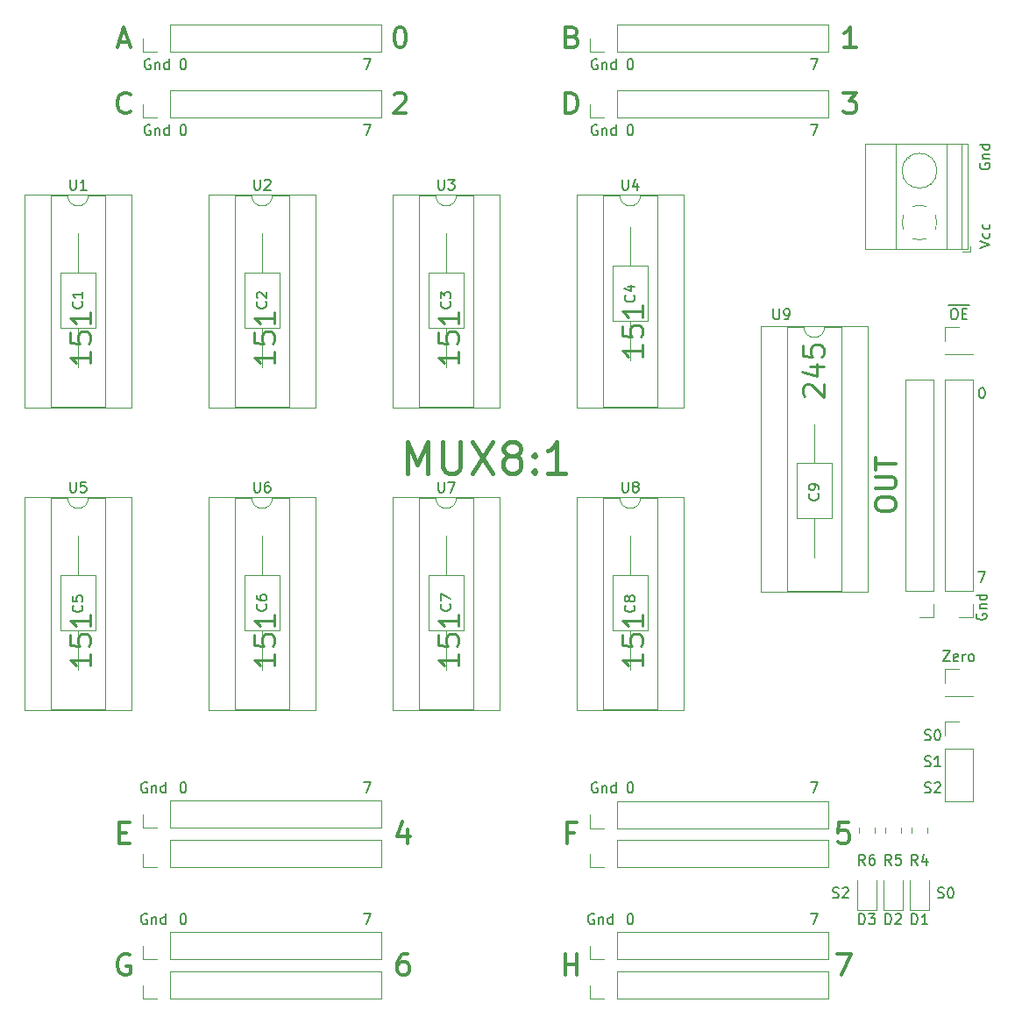
<source format=gbr>
%TF.GenerationSoftware,KiCad,Pcbnew,(5.1.8)-1*%
%TF.CreationDate,2023-02-18T12:42:29+03:00*%
%TF.ProjectId,MUX8x1-v5,4d555838-7831-42d7-9635-2e6b69636164,rev?*%
%TF.SameCoordinates,Original*%
%TF.FileFunction,Legend,Top*%
%TF.FilePolarity,Positive*%
%FSLAX46Y46*%
G04 Gerber Fmt 4.6, Leading zero omitted, Abs format (unit mm)*
G04 Created by KiCad (PCBNEW (5.1.8)-1) date 2023-02-18 12:42:29*
%MOMM*%
%LPD*%
G01*
G04 APERTURE LIST*
%ADD10C,0.250000*%
%ADD11C,0.400000*%
%ADD12C,0.300000*%
%ADD13C,0.150000*%
%ADD14C,0.120000*%
G04 APERTURE END LIST*
D10*
X136255238Y-76453690D02*
X136160000Y-76358452D01*
X136064761Y-76167976D01*
X136064761Y-75691785D01*
X136160000Y-75501309D01*
X136255238Y-75406071D01*
X136445714Y-75310833D01*
X136636190Y-75310833D01*
X136921904Y-75406071D01*
X138064761Y-76548928D01*
X138064761Y-75310833D01*
X136731428Y-73596547D02*
X138064761Y-73596547D01*
X135969523Y-74072738D02*
X137398095Y-74548928D01*
X137398095Y-73310833D01*
X136064761Y-71596547D02*
X136064761Y-72548928D01*
X137017142Y-72644166D01*
X136921904Y-72548928D01*
X136826666Y-72358452D01*
X136826666Y-71882261D01*
X136921904Y-71691785D01*
X137017142Y-71596547D01*
X137207619Y-71501309D01*
X137683809Y-71501309D01*
X137874285Y-71596547D01*
X137969523Y-71691785D01*
X138064761Y-71882261D01*
X138064761Y-72358452D01*
X137969523Y-72548928D01*
X137874285Y-72644166D01*
X67262261Y-101345833D02*
X67262261Y-102488690D01*
X67262261Y-101917261D02*
X65262261Y-101917261D01*
X65547976Y-102107738D01*
X65738452Y-102298214D01*
X65833690Y-102488690D01*
X65262261Y-99536309D02*
X65262261Y-100488690D01*
X66214642Y-100583928D01*
X66119404Y-100488690D01*
X66024166Y-100298214D01*
X66024166Y-99822023D01*
X66119404Y-99631547D01*
X66214642Y-99536309D01*
X66405119Y-99441071D01*
X66881309Y-99441071D01*
X67071785Y-99536309D01*
X67167023Y-99631547D01*
X67262261Y-99822023D01*
X67262261Y-100298214D01*
X67167023Y-100488690D01*
X67071785Y-100583928D01*
X67262261Y-97536309D02*
X67262261Y-98679166D01*
X67262261Y-98107738D02*
X65262261Y-98107738D01*
X65547976Y-98298214D01*
X65738452Y-98488690D01*
X65833690Y-98679166D01*
X85042261Y-101345833D02*
X85042261Y-102488690D01*
X85042261Y-101917261D02*
X83042261Y-101917261D01*
X83327976Y-102107738D01*
X83518452Y-102298214D01*
X83613690Y-102488690D01*
X83042261Y-99536309D02*
X83042261Y-100488690D01*
X83994642Y-100583928D01*
X83899404Y-100488690D01*
X83804166Y-100298214D01*
X83804166Y-99822023D01*
X83899404Y-99631547D01*
X83994642Y-99536309D01*
X84185119Y-99441071D01*
X84661309Y-99441071D01*
X84851785Y-99536309D01*
X84947023Y-99631547D01*
X85042261Y-99822023D01*
X85042261Y-100298214D01*
X84947023Y-100488690D01*
X84851785Y-100583928D01*
X85042261Y-97536309D02*
X85042261Y-98679166D01*
X85042261Y-98107738D02*
X83042261Y-98107738D01*
X83327976Y-98298214D01*
X83518452Y-98488690D01*
X83613690Y-98679166D01*
X102822261Y-101345833D02*
X102822261Y-102488690D01*
X102822261Y-101917261D02*
X100822261Y-101917261D01*
X101107976Y-102107738D01*
X101298452Y-102298214D01*
X101393690Y-102488690D01*
X100822261Y-99536309D02*
X100822261Y-100488690D01*
X101774642Y-100583928D01*
X101679404Y-100488690D01*
X101584166Y-100298214D01*
X101584166Y-99822023D01*
X101679404Y-99631547D01*
X101774642Y-99536309D01*
X101965119Y-99441071D01*
X102441309Y-99441071D01*
X102631785Y-99536309D01*
X102727023Y-99631547D01*
X102822261Y-99822023D01*
X102822261Y-100298214D01*
X102727023Y-100488690D01*
X102631785Y-100583928D01*
X102822261Y-97536309D02*
X102822261Y-98679166D01*
X102822261Y-98107738D02*
X100822261Y-98107738D01*
X101107976Y-98298214D01*
X101298452Y-98488690D01*
X101393690Y-98679166D01*
X120602261Y-101345833D02*
X120602261Y-102488690D01*
X120602261Y-101917261D02*
X118602261Y-101917261D01*
X118887976Y-102107738D01*
X119078452Y-102298214D01*
X119173690Y-102488690D01*
X118602261Y-99536309D02*
X118602261Y-100488690D01*
X119554642Y-100583928D01*
X119459404Y-100488690D01*
X119364166Y-100298214D01*
X119364166Y-99822023D01*
X119459404Y-99631547D01*
X119554642Y-99536309D01*
X119745119Y-99441071D01*
X120221309Y-99441071D01*
X120411785Y-99536309D01*
X120507023Y-99631547D01*
X120602261Y-99822023D01*
X120602261Y-100298214D01*
X120507023Y-100488690D01*
X120411785Y-100583928D01*
X120602261Y-97536309D02*
X120602261Y-98679166D01*
X120602261Y-98107738D02*
X118602261Y-98107738D01*
X118887976Y-98298214D01*
X119078452Y-98488690D01*
X119173690Y-98679166D01*
X120602261Y-71500833D02*
X120602261Y-72643690D01*
X120602261Y-72072261D02*
X118602261Y-72072261D01*
X118887976Y-72262738D01*
X119078452Y-72453214D01*
X119173690Y-72643690D01*
X118602261Y-69691309D02*
X118602261Y-70643690D01*
X119554642Y-70738928D01*
X119459404Y-70643690D01*
X119364166Y-70453214D01*
X119364166Y-69977023D01*
X119459404Y-69786547D01*
X119554642Y-69691309D01*
X119745119Y-69596071D01*
X120221309Y-69596071D01*
X120411785Y-69691309D01*
X120507023Y-69786547D01*
X120602261Y-69977023D01*
X120602261Y-70453214D01*
X120507023Y-70643690D01*
X120411785Y-70738928D01*
X120602261Y-67691309D02*
X120602261Y-68834166D01*
X120602261Y-68262738D02*
X118602261Y-68262738D01*
X118887976Y-68453214D01*
X119078452Y-68643690D01*
X119173690Y-68834166D01*
X102822261Y-72135833D02*
X102822261Y-73278690D01*
X102822261Y-72707261D02*
X100822261Y-72707261D01*
X101107976Y-72897738D01*
X101298452Y-73088214D01*
X101393690Y-73278690D01*
X100822261Y-70326309D02*
X100822261Y-71278690D01*
X101774642Y-71373928D01*
X101679404Y-71278690D01*
X101584166Y-71088214D01*
X101584166Y-70612023D01*
X101679404Y-70421547D01*
X101774642Y-70326309D01*
X101965119Y-70231071D01*
X102441309Y-70231071D01*
X102631785Y-70326309D01*
X102727023Y-70421547D01*
X102822261Y-70612023D01*
X102822261Y-71088214D01*
X102727023Y-71278690D01*
X102631785Y-71373928D01*
X102822261Y-68326309D02*
X102822261Y-69469166D01*
X102822261Y-68897738D02*
X100822261Y-68897738D01*
X101107976Y-69088214D01*
X101298452Y-69278690D01*
X101393690Y-69469166D01*
X85042261Y-72135833D02*
X85042261Y-73278690D01*
X85042261Y-72707261D02*
X83042261Y-72707261D01*
X83327976Y-72897738D01*
X83518452Y-73088214D01*
X83613690Y-73278690D01*
X83042261Y-70326309D02*
X83042261Y-71278690D01*
X83994642Y-71373928D01*
X83899404Y-71278690D01*
X83804166Y-71088214D01*
X83804166Y-70612023D01*
X83899404Y-70421547D01*
X83994642Y-70326309D01*
X84185119Y-70231071D01*
X84661309Y-70231071D01*
X84851785Y-70326309D01*
X84947023Y-70421547D01*
X85042261Y-70612023D01*
X85042261Y-71088214D01*
X84947023Y-71278690D01*
X84851785Y-71373928D01*
X85042261Y-68326309D02*
X85042261Y-69469166D01*
X85042261Y-68897738D02*
X83042261Y-68897738D01*
X83327976Y-69088214D01*
X83518452Y-69278690D01*
X83613690Y-69469166D01*
X67262261Y-72135833D02*
X67262261Y-73278690D01*
X67262261Y-72707261D02*
X65262261Y-72707261D01*
X65547976Y-72897738D01*
X65738452Y-73088214D01*
X65833690Y-73278690D01*
X65262261Y-70326309D02*
X65262261Y-71278690D01*
X66214642Y-71373928D01*
X66119404Y-71278690D01*
X66024166Y-71088214D01*
X66024166Y-70612023D01*
X66119404Y-70421547D01*
X66214642Y-70326309D01*
X66405119Y-70231071D01*
X66881309Y-70231071D01*
X67071785Y-70326309D01*
X67167023Y-70421547D01*
X67262261Y-70612023D01*
X67262261Y-71088214D01*
X67167023Y-71278690D01*
X67071785Y-71373928D01*
X67262261Y-68326309D02*
X67262261Y-69469166D01*
X67262261Y-68897738D02*
X65262261Y-68897738D01*
X65547976Y-69088214D01*
X65738452Y-69278690D01*
X65833690Y-69469166D01*
D11*
X97838571Y-83907142D02*
X97838571Y-80907142D01*
X98838571Y-83050000D01*
X99838571Y-80907142D01*
X99838571Y-83907142D01*
X101267142Y-80907142D02*
X101267142Y-83335714D01*
X101410000Y-83621428D01*
X101552857Y-83764285D01*
X101838571Y-83907142D01*
X102410000Y-83907142D01*
X102695714Y-83764285D01*
X102838571Y-83621428D01*
X102981428Y-83335714D01*
X102981428Y-80907142D01*
X104124285Y-80907142D02*
X106124285Y-83907142D01*
X106124285Y-80907142D02*
X104124285Y-83907142D01*
X107695714Y-82192857D02*
X107410000Y-82050000D01*
X107267142Y-81907142D01*
X107124285Y-81621428D01*
X107124285Y-81478571D01*
X107267142Y-81192857D01*
X107410000Y-81050000D01*
X107695714Y-80907142D01*
X108267142Y-80907142D01*
X108552857Y-81050000D01*
X108695714Y-81192857D01*
X108838571Y-81478571D01*
X108838571Y-81621428D01*
X108695714Y-81907142D01*
X108552857Y-82050000D01*
X108267142Y-82192857D01*
X107695714Y-82192857D01*
X107410000Y-82335714D01*
X107267142Y-82478571D01*
X107124285Y-82764285D01*
X107124285Y-83335714D01*
X107267142Y-83621428D01*
X107410000Y-83764285D01*
X107695714Y-83907142D01*
X108267142Y-83907142D01*
X108552857Y-83764285D01*
X108695714Y-83621428D01*
X108838571Y-83335714D01*
X108838571Y-82764285D01*
X108695714Y-82478571D01*
X108552857Y-82335714D01*
X108267142Y-82192857D01*
X110124285Y-83621428D02*
X110267142Y-83764285D01*
X110124285Y-83907142D01*
X109981428Y-83764285D01*
X110124285Y-83621428D01*
X110124285Y-83907142D01*
X110124285Y-82050000D02*
X110267142Y-82192857D01*
X110124285Y-82335714D01*
X109981428Y-82192857D01*
X110124285Y-82050000D01*
X110124285Y-82335714D01*
X113124285Y-83907142D02*
X111410000Y-83907142D01*
X112267142Y-83907142D02*
X112267142Y-80907142D01*
X111981428Y-81335714D01*
X111695714Y-81621428D01*
X111410000Y-81764285D01*
D12*
X143049761Y-87090000D02*
X143049761Y-86709047D01*
X143145000Y-86518571D01*
X143335476Y-86328095D01*
X143716428Y-86232857D01*
X144383095Y-86232857D01*
X144764047Y-86328095D01*
X144954523Y-86518571D01*
X145049761Y-86709047D01*
X145049761Y-87090000D01*
X144954523Y-87280476D01*
X144764047Y-87470952D01*
X144383095Y-87566190D01*
X143716428Y-87566190D01*
X143335476Y-87470952D01*
X143145000Y-87280476D01*
X143049761Y-87090000D01*
X143049761Y-85375714D02*
X144668809Y-85375714D01*
X144859285Y-85280476D01*
X144954523Y-85185238D01*
X145049761Y-84994761D01*
X145049761Y-84613809D01*
X144954523Y-84423333D01*
X144859285Y-84328095D01*
X144668809Y-84232857D01*
X143049761Y-84232857D01*
X143049761Y-83566190D02*
X143049761Y-82423333D01*
X145049761Y-82994761D02*
X143049761Y-82994761D01*
D13*
X116197142Y-50300000D02*
X116101904Y-50252380D01*
X115959047Y-50252380D01*
X115816190Y-50300000D01*
X115720952Y-50395238D01*
X115673333Y-50490476D01*
X115625714Y-50680952D01*
X115625714Y-50823809D01*
X115673333Y-51014285D01*
X115720952Y-51109523D01*
X115816190Y-51204761D01*
X115959047Y-51252380D01*
X116054285Y-51252380D01*
X116197142Y-51204761D01*
X116244761Y-51157142D01*
X116244761Y-50823809D01*
X116054285Y-50823809D01*
X116673333Y-50585714D02*
X116673333Y-51252380D01*
X116673333Y-50680952D02*
X116720952Y-50633333D01*
X116816190Y-50585714D01*
X116959047Y-50585714D01*
X117054285Y-50633333D01*
X117101904Y-50728571D01*
X117101904Y-51252380D01*
X118006666Y-51252380D02*
X118006666Y-50252380D01*
X118006666Y-51204761D02*
X117911428Y-51252380D01*
X117720952Y-51252380D01*
X117625714Y-51204761D01*
X117578095Y-51157142D01*
X117530476Y-51061904D01*
X117530476Y-50776190D01*
X117578095Y-50680952D01*
X117625714Y-50633333D01*
X117720952Y-50585714D01*
X117911428Y-50585714D01*
X118006666Y-50633333D01*
X116197142Y-43950000D02*
X116101904Y-43902380D01*
X115959047Y-43902380D01*
X115816190Y-43950000D01*
X115720952Y-44045238D01*
X115673333Y-44140476D01*
X115625714Y-44330952D01*
X115625714Y-44473809D01*
X115673333Y-44664285D01*
X115720952Y-44759523D01*
X115816190Y-44854761D01*
X115959047Y-44902380D01*
X116054285Y-44902380D01*
X116197142Y-44854761D01*
X116244761Y-44807142D01*
X116244761Y-44473809D01*
X116054285Y-44473809D01*
X116673333Y-44235714D02*
X116673333Y-44902380D01*
X116673333Y-44330952D02*
X116720952Y-44283333D01*
X116816190Y-44235714D01*
X116959047Y-44235714D01*
X117054285Y-44283333D01*
X117101904Y-44378571D01*
X117101904Y-44902380D01*
X118006666Y-44902380D02*
X118006666Y-43902380D01*
X118006666Y-44854761D02*
X117911428Y-44902380D01*
X117720952Y-44902380D01*
X117625714Y-44854761D01*
X117578095Y-44807142D01*
X117530476Y-44711904D01*
X117530476Y-44426190D01*
X117578095Y-44330952D01*
X117625714Y-44283333D01*
X117720952Y-44235714D01*
X117911428Y-44235714D01*
X118006666Y-44283333D01*
X73017142Y-50300000D02*
X72921904Y-50252380D01*
X72779047Y-50252380D01*
X72636190Y-50300000D01*
X72540952Y-50395238D01*
X72493333Y-50490476D01*
X72445714Y-50680952D01*
X72445714Y-50823809D01*
X72493333Y-51014285D01*
X72540952Y-51109523D01*
X72636190Y-51204761D01*
X72779047Y-51252380D01*
X72874285Y-51252380D01*
X73017142Y-51204761D01*
X73064761Y-51157142D01*
X73064761Y-50823809D01*
X72874285Y-50823809D01*
X73493333Y-50585714D02*
X73493333Y-51252380D01*
X73493333Y-50680952D02*
X73540952Y-50633333D01*
X73636190Y-50585714D01*
X73779047Y-50585714D01*
X73874285Y-50633333D01*
X73921904Y-50728571D01*
X73921904Y-51252380D01*
X74826666Y-51252380D02*
X74826666Y-50252380D01*
X74826666Y-51204761D02*
X74731428Y-51252380D01*
X74540952Y-51252380D01*
X74445714Y-51204761D01*
X74398095Y-51157142D01*
X74350476Y-51061904D01*
X74350476Y-50776190D01*
X74398095Y-50680952D01*
X74445714Y-50633333D01*
X74540952Y-50585714D01*
X74731428Y-50585714D01*
X74826666Y-50633333D01*
X73017142Y-43950000D02*
X72921904Y-43902380D01*
X72779047Y-43902380D01*
X72636190Y-43950000D01*
X72540952Y-44045238D01*
X72493333Y-44140476D01*
X72445714Y-44330952D01*
X72445714Y-44473809D01*
X72493333Y-44664285D01*
X72540952Y-44759523D01*
X72636190Y-44854761D01*
X72779047Y-44902380D01*
X72874285Y-44902380D01*
X73017142Y-44854761D01*
X73064761Y-44807142D01*
X73064761Y-44473809D01*
X72874285Y-44473809D01*
X73493333Y-44235714D02*
X73493333Y-44902380D01*
X73493333Y-44330952D02*
X73540952Y-44283333D01*
X73636190Y-44235714D01*
X73779047Y-44235714D01*
X73874285Y-44283333D01*
X73921904Y-44378571D01*
X73921904Y-44902380D01*
X74826666Y-44902380D02*
X74826666Y-43902380D01*
X74826666Y-44854761D02*
X74731428Y-44902380D01*
X74540952Y-44902380D01*
X74445714Y-44854761D01*
X74398095Y-44807142D01*
X74350476Y-44711904D01*
X74350476Y-44426190D01*
X74398095Y-44330952D01*
X74445714Y-44283333D01*
X74540952Y-44235714D01*
X74731428Y-44235714D01*
X74826666Y-44283333D01*
X72699642Y-113800000D02*
X72604404Y-113752380D01*
X72461547Y-113752380D01*
X72318690Y-113800000D01*
X72223452Y-113895238D01*
X72175833Y-113990476D01*
X72128214Y-114180952D01*
X72128214Y-114323809D01*
X72175833Y-114514285D01*
X72223452Y-114609523D01*
X72318690Y-114704761D01*
X72461547Y-114752380D01*
X72556785Y-114752380D01*
X72699642Y-114704761D01*
X72747261Y-114657142D01*
X72747261Y-114323809D01*
X72556785Y-114323809D01*
X73175833Y-114085714D02*
X73175833Y-114752380D01*
X73175833Y-114180952D02*
X73223452Y-114133333D01*
X73318690Y-114085714D01*
X73461547Y-114085714D01*
X73556785Y-114133333D01*
X73604404Y-114228571D01*
X73604404Y-114752380D01*
X74509166Y-114752380D02*
X74509166Y-113752380D01*
X74509166Y-114704761D02*
X74413928Y-114752380D01*
X74223452Y-114752380D01*
X74128214Y-114704761D01*
X74080595Y-114657142D01*
X74032976Y-114561904D01*
X74032976Y-114276190D01*
X74080595Y-114180952D01*
X74128214Y-114133333D01*
X74223452Y-114085714D01*
X74413928Y-114085714D01*
X74509166Y-114133333D01*
X72699642Y-126500000D02*
X72604404Y-126452380D01*
X72461547Y-126452380D01*
X72318690Y-126500000D01*
X72223452Y-126595238D01*
X72175833Y-126690476D01*
X72128214Y-126880952D01*
X72128214Y-127023809D01*
X72175833Y-127214285D01*
X72223452Y-127309523D01*
X72318690Y-127404761D01*
X72461547Y-127452380D01*
X72556785Y-127452380D01*
X72699642Y-127404761D01*
X72747261Y-127357142D01*
X72747261Y-127023809D01*
X72556785Y-127023809D01*
X73175833Y-126785714D02*
X73175833Y-127452380D01*
X73175833Y-126880952D02*
X73223452Y-126833333D01*
X73318690Y-126785714D01*
X73461547Y-126785714D01*
X73556785Y-126833333D01*
X73604404Y-126928571D01*
X73604404Y-127452380D01*
X74509166Y-127452380D02*
X74509166Y-126452380D01*
X74509166Y-127404761D02*
X74413928Y-127452380D01*
X74223452Y-127452380D01*
X74128214Y-127404761D01*
X74080595Y-127357142D01*
X74032976Y-127261904D01*
X74032976Y-126976190D01*
X74080595Y-126880952D01*
X74128214Y-126833333D01*
X74223452Y-126785714D01*
X74413928Y-126785714D01*
X74509166Y-126833333D01*
X115879642Y-126500000D02*
X115784404Y-126452380D01*
X115641547Y-126452380D01*
X115498690Y-126500000D01*
X115403452Y-126595238D01*
X115355833Y-126690476D01*
X115308214Y-126880952D01*
X115308214Y-127023809D01*
X115355833Y-127214285D01*
X115403452Y-127309523D01*
X115498690Y-127404761D01*
X115641547Y-127452380D01*
X115736785Y-127452380D01*
X115879642Y-127404761D01*
X115927261Y-127357142D01*
X115927261Y-127023809D01*
X115736785Y-127023809D01*
X116355833Y-126785714D02*
X116355833Y-127452380D01*
X116355833Y-126880952D02*
X116403452Y-126833333D01*
X116498690Y-126785714D01*
X116641547Y-126785714D01*
X116736785Y-126833333D01*
X116784404Y-126928571D01*
X116784404Y-127452380D01*
X117689166Y-127452380D02*
X117689166Y-126452380D01*
X117689166Y-127404761D02*
X117593928Y-127452380D01*
X117403452Y-127452380D01*
X117308214Y-127404761D01*
X117260595Y-127357142D01*
X117212976Y-127261904D01*
X117212976Y-126976190D01*
X117260595Y-126880952D01*
X117308214Y-126833333D01*
X117403452Y-126785714D01*
X117593928Y-126785714D01*
X117689166Y-126833333D01*
X116197142Y-113800000D02*
X116101904Y-113752380D01*
X115959047Y-113752380D01*
X115816190Y-113800000D01*
X115720952Y-113895238D01*
X115673333Y-113990476D01*
X115625714Y-114180952D01*
X115625714Y-114323809D01*
X115673333Y-114514285D01*
X115720952Y-114609523D01*
X115816190Y-114704761D01*
X115959047Y-114752380D01*
X116054285Y-114752380D01*
X116197142Y-114704761D01*
X116244761Y-114657142D01*
X116244761Y-114323809D01*
X116054285Y-114323809D01*
X116673333Y-114085714D02*
X116673333Y-114752380D01*
X116673333Y-114180952D02*
X116720952Y-114133333D01*
X116816190Y-114085714D01*
X116959047Y-114085714D01*
X117054285Y-114133333D01*
X117101904Y-114228571D01*
X117101904Y-114752380D01*
X118006666Y-114752380D02*
X118006666Y-113752380D01*
X118006666Y-114704761D02*
X117911428Y-114752380D01*
X117720952Y-114752380D01*
X117625714Y-114704761D01*
X117578095Y-114657142D01*
X117530476Y-114561904D01*
X117530476Y-114276190D01*
X117578095Y-114180952D01*
X117625714Y-114133333D01*
X117720952Y-114085714D01*
X117911428Y-114085714D01*
X118006666Y-114133333D01*
X152852500Y-97480357D02*
X152804880Y-97575595D01*
X152804880Y-97718452D01*
X152852500Y-97861309D01*
X152947738Y-97956547D01*
X153042976Y-98004166D01*
X153233452Y-98051785D01*
X153376309Y-98051785D01*
X153566785Y-98004166D01*
X153662023Y-97956547D01*
X153757261Y-97861309D01*
X153804880Y-97718452D01*
X153804880Y-97623214D01*
X153757261Y-97480357D01*
X153709642Y-97432738D01*
X153376309Y-97432738D01*
X153376309Y-97623214D01*
X153138214Y-97004166D02*
X153804880Y-97004166D01*
X153233452Y-97004166D02*
X153185833Y-96956547D01*
X153138214Y-96861309D01*
X153138214Y-96718452D01*
X153185833Y-96623214D01*
X153281071Y-96575595D01*
X153804880Y-96575595D01*
X153804880Y-95670833D02*
X152804880Y-95670833D01*
X153757261Y-95670833D02*
X153804880Y-95766071D01*
X153804880Y-95956547D01*
X153757261Y-96051785D01*
X153709642Y-96099404D01*
X153614404Y-96147023D01*
X153328690Y-96147023D01*
X153233452Y-96099404D01*
X153185833Y-96051785D01*
X153138214Y-95956547D01*
X153138214Y-95766071D01*
X153185833Y-95670833D01*
X153019166Y-93432380D02*
X153685833Y-93432380D01*
X153257261Y-94432380D01*
X153304880Y-75652380D02*
X153400119Y-75652380D01*
X153495357Y-75700000D01*
X153542976Y-75747619D01*
X153590595Y-75842857D01*
X153638214Y-76033333D01*
X153638214Y-76271428D01*
X153590595Y-76461904D01*
X153542976Y-76557142D01*
X153495357Y-76604761D01*
X153400119Y-76652380D01*
X153304880Y-76652380D01*
X153209642Y-76604761D01*
X153162023Y-76557142D01*
X153114404Y-76461904D01*
X153066785Y-76271428D01*
X153066785Y-76033333D01*
X153114404Y-75842857D01*
X153162023Y-75747619D01*
X153209642Y-75700000D01*
X153304880Y-75652380D01*
D12*
X139350833Y-130349761D02*
X140684166Y-130349761D01*
X139827023Y-132349761D01*
X140493690Y-117649761D02*
X139541309Y-117649761D01*
X139446071Y-118602142D01*
X139541309Y-118506904D01*
X139731785Y-118411666D01*
X140207976Y-118411666D01*
X140398452Y-118506904D01*
X140493690Y-118602142D01*
X140588928Y-118792619D01*
X140588928Y-119268809D01*
X140493690Y-119459285D01*
X140398452Y-119554523D01*
X140207976Y-119649761D01*
X139731785Y-119649761D01*
X139541309Y-119554523D01*
X139446071Y-119459285D01*
X97853452Y-130349761D02*
X97472500Y-130349761D01*
X97282023Y-130445000D01*
X97186785Y-130540238D01*
X96996309Y-130825952D01*
X96901071Y-131206904D01*
X96901071Y-131968809D01*
X96996309Y-132159285D01*
X97091547Y-132254523D01*
X97282023Y-132349761D01*
X97662976Y-132349761D01*
X97853452Y-132254523D01*
X97948690Y-132159285D01*
X98043928Y-131968809D01*
X98043928Y-131492619D01*
X97948690Y-131302142D01*
X97853452Y-131206904D01*
X97662976Y-131111666D01*
X97282023Y-131111666D01*
X97091547Y-131206904D01*
X96996309Y-131302142D01*
X96901071Y-131492619D01*
X97853452Y-118316428D02*
X97853452Y-119649761D01*
X97377261Y-117554523D02*
X96901071Y-118983095D01*
X98139166Y-118983095D01*
X139985833Y-47164761D02*
X141223928Y-47164761D01*
X140557261Y-47926666D01*
X140842976Y-47926666D01*
X141033452Y-48021904D01*
X141128690Y-48117142D01*
X141223928Y-48307619D01*
X141223928Y-48783809D01*
X141128690Y-48974285D01*
X141033452Y-49069523D01*
X140842976Y-49164761D01*
X140271547Y-49164761D01*
X140081071Y-49069523D01*
X139985833Y-48974285D01*
X141223928Y-42814761D02*
X140081071Y-42814761D01*
X140652500Y-42814761D02*
X140652500Y-40814761D01*
X140462023Y-41100476D01*
X140271547Y-41290952D01*
X140081071Y-41386190D01*
X96583571Y-47355238D02*
X96678809Y-47260000D01*
X96869285Y-47164761D01*
X97345476Y-47164761D01*
X97535952Y-47260000D01*
X97631190Y-47355238D01*
X97726428Y-47545714D01*
X97726428Y-47736190D01*
X97631190Y-48021904D01*
X96488333Y-49164761D01*
X97726428Y-49164761D01*
X97059761Y-40814761D02*
X97250238Y-40814761D01*
X97440714Y-40910000D01*
X97535952Y-41005238D01*
X97631190Y-41195714D01*
X97726428Y-41576666D01*
X97726428Y-42052857D01*
X97631190Y-42433809D01*
X97535952Y-42624285D01*
X97440714Y-42719523D01*
X97250238Y-42814761D01*
X97059761Y-42814761D01*
X96869285Y-42719523D01*
X96774047Y-42624285D01*
X96678809Y-42433809D01*
X96583571Y-42052857D01*
X96583571Y-41576666D01*
X96678809Y-41195714D01*
X96774047Y-41005238D01*
X96869285Y-40910000D01*
X97059761Y-40814761D01*
D13*
X138938095Y-124864761D02*
X139080952Y-124912380D01*
X139319047Y-124912380D01*
X139414285Y-124864761D01*
X139461904Y-124817142D01*
X139509523Y-124721904D01*
X139509523Y-124626666D01*
X139461904Y-124531428D01*
X139414285Y-124483809D01*
X139319047Y-124436190D01*
X139128571Y-124388571D01*
X139033333Y-124340952D01*
X138985714Y-124293333D01*
X138938095Y-124198095D01*
X138938095Y-124102857D01*
X138985714Y-124007619D01*
X139033333Y-123960000D01*
X139128571Y-123912380D01*
X139366666Y-123912380D01*
X139509523Y-123960000D01*
X139890476Y-124007619D02*
X139938095Y-123960000D01*
X140033333Y-123912380D01*
X140271428Y-123912380D01*
X140366666Y-123960000D01*
X140414285Y-124007619D01*
X140461904Y-124102857D01*
X140461904Y-124198095D01*
X140414285Y-124340952D01*
X139842857Y-124912380D01*
X140461904Y-124912380D01*
X149098095Y-124864761D02*
X149240952Y-124912380D01*
X149479047Y-124912380D01*
X149574285Y-124864761D01*
X149621904Y-124817142D01*
X149669523Y-124721904D01*
X149669523Y-124626666D01*
X149621904Y-124531428D01*
X149574285Y-124483809D01*
X149479047Y-124436190D01*
X149288571Y-124388571D01*
X149193333Y-124340952D01*
X149145714Y-124293333D01*
X149098095Y-124198095D01*
X149098095Y-124102857D01*
X149145714Y-124007619D01*
X149193333Y-123960000D01*
X149288571Y-123912380D01*
X149526666Y-123912380D01*
X149669523Y-123960000D01*
X150288571Y-123912380D02*
X150383809Y-123912380D01*
X150479047Y-123960000D01*
X150526666Y-124007619D01*
X150574285Y-124102857D01*
X150621904Y-124293333D01*
X150621904Y-124531428D01*
X150574285Y-124721904D01*
X150526666Y-124817142D01*
X150479047Y-124864761D01*
X150383809Y-124912380D01*
X150288571Y-124912380D01*
X150193333Y-124864761D01*
X150145714Y-124817142D01*
X150098095Y-124721904D01*
X150050476Y-124531428D01*
X150050476Y-124293333D01*
X150098095Y-124102857D01*
X150145714Y-124007619D01*
X150193333Y-123960000D01*
X150288571Y-123912380D01*
D12*
X113141190Y-49164761D02*
X113141190Y-47164761D01*
X113617380Y-47164761D01*
X113903095Y-47260000D01*
X114093571Y-47450476D01*
X114188809Y-47640952D01*
X114284047Y-48021904D01*
X114284047Y-48307619D01*
X114188809Y-48688571D01*
X114093571Y-48879047D01*
X113903095Y-49069523D01*
X113617380Y-49164761D01*
X113141190Y-49164761D01*
X71104047Y-48974285D02*
X71008809Y-49069523D01*
X70723095Y-49164761D01*
X70532619Y-49164761D01*
X70246904Y-49069523D01*
X70056428Y-48879047D01*
X69961190Y-48688571D01*
X69865952Y-48307619D01*
X69865952Y-48021904D01*
X69961190Y-47640952D01*
X70056428Y-47450476D01*
X70246904Y-47260000D01*
X70532619Y-47164761D01*
X70723095Y-47164761D01*
X71008809Y-47260000D01*
X71104047Y-47355238D01*
X70056428Y-118602142D02*
X70723095Y-118602142D01*
X71008809Y-119649761D02*
X70056428Y-119649761D01*
X70056428Y-117649761D01*
X71008809Y-117649761D01*
X113950714Y-118602142D02*
X113284047Y-118602142D01*
X113284047Y-119649761D02*
X113284047Y-117649761D01*
X114236428Y-117649761D01*
X113093571Y-132349761D02*
X113093571Y-130349761D01*
X113093571Y-131302142D02*
X114236428Y-131302142D01*
X114236428Y-132349761D02*
X114236428Y-130349761D01*
X71008809Y-130445000D02*
X70818333Y-130349761D01*
X70532619Y-130349761D01*
X70246904Y-130445000D01*
X70056428Y-130635476D01*
X69961190Y-130825952D01*
X69865952Y-131206904D01*
X69865952Y-131492619D01*
X69961190Y-131873571D01*
X70056428Y-132064047D01*
X70246904Y-132254523D01*
X70532619Y-132349761D01*
X70723095Y-132349761D01*
X71008809Y-132254523D01*
X71104047Y-132159285D01*
X71104047Y-131492619D01*
X70723095Y-131492619D01*
X113807857Y-41767142D02*
X114093571Y-41862380D01*
X114188809Y-41957619D01*
X114284047Y-42148095D01*
X114284047Y-42433809D01*
X114188809Y-42624285D01*
X114093571Y-42719523D01*
X113903095Y-42814761D01*
X113141190Y-42814761D01*
X113141190Y-40814761D01*
X113807857Y-40814761D01*
X113998333Y-40910000D01*
X114093571Y-41005238D01*
X114188809Y-41195714D01*
X114188809Y-41386190D01*
X114093571Y-41576666D01*
X113998333Y-41671904D01*
X113807857Y-41767142D01*
X113141190Y-41767142D01*
X70008809Y-42243333D02*
X70961190Y-42243333D01*
X69818333Y-42814761D02*
X70485000Y-40814761D01*
X71151666Y-42814761D01*
D13*
X76152380Y-43902380D02*
X76247619Y-43902380D01*
X76342857Y-43950000D01*
X76390476Y-43997619D01*
X76438095Y-44092857D01*
X76485714Y-44283333D01*
X76485714Y-44521428D01*
X76438095Y-44711904D01*
X76390476Y-44807142D01*
X76342857Y-44854761D01*
X76247619Y-44902380D01*
X76152380Y-44902380D01*
X76057142Y-44854761D01*
X76009523Y-44807142D01*
X75961904Y-44711904D01*
X75914285Y-44521428D01*
X75914285Y-44283333D01*
X75961904Y-44092857D01*
X76009523Y-43997619D01*
X76057142Y-43950000D01*
X76152380Y-43902380D01*
X93646666Y-43902380D02*
X94313333Y-43902380D01*
X93884761Y-44902380D01*
X119332380Y-43902380D02*
X119427619Y-43902380D01*
X119522857Y-43950000D01*
X119570476Y-43997619D01*
X119618095Y-44092857D01*
X119665714Y-44283333D01*
X119665714Y-44521428D01*
X119618095Y-44711904D01*
X119570476Y-44807142D01*
X119522857Y-44854761D01*
X119427619Y-44902380D01*
X119332380Y-44902380D01*
X119237142Y-44854761D01*
X119189523Y-44807142D01*
X119141904Y-44711904D01*
X119094285Y-44521428D01*
X119094285Y-44283333D01*
X119141904Y-44092857D01*
X119189523Y-43997619D01*
X119237142Y-43950000D01*
X119332380Y-43902380D01*
X136826666Y-43902380D02*
X137493333Y-43902380D01*
X137064761Y-44902380D01*
X76152380Y-126452380D02*
X76247619Y-126452380D01*
X76342857Y-126500000D01*
X76390476Y-126547619D01*
X76438095Y-126642857D01*
X76485714Y-126833333D01*
X76485714Y-127071428D01*
X76438095Y-127261904D01*
X76390476Y-127357142D01*
X76342857Y-127404761D01*
X76247619Y-127452380D01*
X76152380Y-127452380D01*
X76057142Y-127404761D01*
X76009523Y-127357142D01*
X75961904Y-127261904D01*
X75914285Y-127071428D01*
X75914285Y-126833333D01*
X75961904Y-126642857D01*
X76009523Y-126547619D01*
X76057142Y-126500000D01*
X76152380Y-126452380D01*
X93646666Y-126452380D02*
X94313333Y-126452380D01*
X93884761Y-127452380D01*
X119332380Y-126452380D02*
X119427619Y-126452380D01*
X119522857Y-126500000D01*
X119570476Y-126547619D01*
X119618095Y-126642857D01*
X119665714Y-126833333D01*
X119665714Y-127071428D01*
X119618095Y-127261904D01*
X119570476Y-127357142D01*
X119522857Y-127404761D01*
X119427619Y-127452380D01*
X119332380Y-127452380D01*
X119237142Y-127404761D01*
X119189523Y-127357142D01*
X119141904Y-127261904D01*
X119094285Y-127071428D01*
X119094285Y-126833333D01*
X119141904Y-126642857D01*
X119189523Y-126547619D01*
X119237142Y-126500000D01*
X119332380Y-126452380D01*
X136826666Y-126452380D02*
X137493333Y-126452380D01*
X137064761Y-127452380D01*
X119332380Y-113752380D02*
X119427619Y-113752380D01*
X119522857Y-113800000D01*
X119570476Y-113847619D01*
X119618095Y-113942857D01*
X119665714Y-114133333D01*
X119665714Y-114371428D01*
X119618095Y-114561904D01*
X119570476Y-114657142D01*
X119522857Y-114704761D01*
X119427619Y-114752380D01*
X119332380Y-114752380D01*
X119237142Y-114704761D01*
X119189523Y-114657142D01*
X119141904Y-114561904D01*
X119094285Y-114371428D01*
X119094285Y-114133333D01*
X119141904Y-113942857D01*
X119189523Y-113847619D01*
X119237142Y-113800000D01*
X119332380Y-113752380D01*
X136826666Y-113752380D02*
X137493333Y-113752380D01*
X137064761Y-114752380D01*
X76152380Y-113752380D02*
X76247619Y-113752380D01*
X76342857Y-113800000D01*
X76390476Y-113847619D01*
X76438095Y-113942857D01*
X76485714Y-114133333D01*
X76485714Y-114371428D01*
X76438095Y-114561904D01*
X76390476Y-114657142D01*
X76342857Y-114704761D01*
X76247619Y-114752380D01*
X76152380Y-114752380D01*
X76057142Y-114704761D01*
X76009523Y-114657142D01*
X75961904Y-114561904D01*
X75914285Y-114371428D01*
X75914285Y-114133333D01*
X75961904Y-113942857D01*
X76009523Y-113847619D01*
X76057142Y-113800000D01*
X76152380Y-113752380D01*
X93646666Y-113752380D02*
X94313333Y-113752380D01*
X93884761Y-114752380D01*
X76152380Y-50252380D02*
X76247619Y-50252380D01*
X76342857Y-50300000D01*
X76390476Y-50347619D01*
X76438095Y-50442857D01*
X76485714Y-50633333D01*
X76485714Y-50871428D01*
X76438095Y-51061904D01*
X76390476Y-51157142D01*
X76342857Y-51204761D01*
X76247619Y-51252380D01*
X76152380Y-51252380D01*
X76057142Y-51204761D01*
X76009523Y-51157142D01*
X75961904Y-51061904D01*
X75914285Y-50871428D01*
X75914285Y-50633333D01*
X75961904Y-50442857D01*
X76009523Y-50347619D01*
X76057142Y-50300000D01*
X76152380Y-50252380D01*
X93646666Y-50252380D02*
X94313333Y-50252380D01*
X93884761Y-51252380D01*
X136826666Y-50252380D02*
X137493333Y-50252380D01*
X137064761Y-51252380D01*
X119332380Y-50252380D02*
X119427619Y-50252380D01*
X119522857Y-50300000D01*
X119570476Y-50347619D01*
X119618095Y-50442857D01*
X119665714Y-50633333D01*
X119665714Y-50871428D01*
X119618095Y-51061904D01*
X119570476Y-51157142D01*
X119522857Y-51204761D01*
X119427619Y-51252380D01*
X119332380Y-51252380D01*
X119237142Y-51204761D01*
X119189523Y-51157142D01*
X119141904Y-51061904D01*
X119094285Y-50871428D01*
X119094285Y-50633333D01*
X119141904Y-50442857D01*
X119189523Y-50347619D01*
X119237142Y-50300000D01*
X119332380Y-50252380D01*
X149606190Y-101052380D02*
X150272857Y-101052380D01*
X149606190Y-102052380D01*
X150272857Y-102052380D01*
X151034761Y-102004761D02*
X150939523Y-102052380D01*
X150749047Y-102052380D01*
X150653809Y-102004761D01*
X150606190Y-101909523D01*
X150606190Y-101528571D01*
X150653809Y-101433333D01*
X150749047Y-101385714D01*
X150939523Y-101385714D01*
X151034761Y-101433333D01*
X151082380Y-101528571D01*
X151082380Y-101623809D01*
X150606190Y-101719047D01*
X151510952Y-102052380D02*
X151510952Y-101385714D01*
X151510952Y-101576190D02*
X151558571Y-101480952D01*
X151606190Y-101433333D01*
X151701428Y-101385714D01*
X151796666Y-101385714D01*
X152272857Y-102052380D02*
X152177619Y-102004761D01*
X152130000Y-101957142D01*
X152082380Y-101861904D01*
X152082380Y-101576190D01*
X152130000Y-101480952D01*
X152177619Y-101433333D01*
X152272857Y-101385714D01*
X152415714Y-101385714D01*
X152510952Y-101433333D01*
X152558571Y-101480952D01*
X152606190Y-101576190D01*
X152606190Y-101861904D01*
X152558571Y-101957142D01*
X152510952Y-102004761D01*
X152415714Y-102052380D01*
X152272857Y-102052380D01*
X150153809Y-67665000D02*
X151201428Y-67665000D01*
X150582380Y-68032380D02*
X150772857Y-68032380D01*
X150868095Y-68080000D01*
X150963333Y-68175238D01*
X151010952Y-68365714D01*
X151010952Y-68699047D01*
X150963333Y-68889523D01*
X150868095Y-68984761D01*
X150772857Y-69032380D01*
X150582380Y-69032380D01*
X150487142Y-68984761D01*
X150391904Y-68889523D01*
X150344285Y-68699047D01*
X150344285Y-68365714D01*
X150391904Y-68175238D01*
X150487142Y-68080000D01*
X150582380Y-68032380D01*
X151201428Y-67665000D02*
X152106190Y-67665000D01*
X151439523Y-68508571D02*
X151772857Y-68508571D01*
X151915714Y-69032380D02*
X151439523Y-69032380D01*
X151439523Y-68032380D01*
X151915714Y-68032380D01*
X153170000Y-53982857D02*
X153122380Y-54078095D01*
X153122380Y-54220952D01*
X153170000Y-54363809D01*
X153265238Y-54459047D01*
X153360476Y-54506666D01*
X153550952Y-54554285D01*
X153693809Y-54554285D01*
X153884285Y-54506666D01*
X153979523Y-54459047D01*
X154074761Y-54363809D01*
X154122380Y-54220952D01*
X154122380Y-54125714D01*
X154074761Y-53982857D01*
X154027142Y-53935238D01*
X153693809Y-53935238D01*
X153693809Y-54125714D01*
X153455714Y-53506666D02*
X154122380Y-53506666D01*
X153550952Y-53506666D02*
X153503333Y-53459047D01*
X153455714Y-53363809D01*
X153455714Y-53220952D01*
X153503333Y-53125714D01*
X153598571Y-53078095D01*
X154122380Y-53078095D01*
X154122380Y-52173333D02*
X153122380Y-52173333D01*
X154074761Y-52173333D02*
X154122380Y-52268571D01*
X154122380Y-52459047D01*
X154074761Y-52554285D01*
X154027142Y-52601904D01*
X153931904Y-52649523D01*
X153646190Y-52649523D01*
X153550952Y-52601904D01*
X153503333Y-52554285D01*
X153455714Y-52459047D01*
X153455714Y-52268571D01*
X153503333Y-52173333D01*
X153122380Y-62150476D02*
X154122380Y-61817142D01*
X153122380Y-61483809D01*
X154074761Y-60721904D02*
X154122380Y-60817142D01*
X154122380Y-61007619D01*
X154074761Y-61102857D01*
X154027142Y-61150476D01*
X153931904Y-61198095D01*
X153646190Y-61198095D01*
X153550952Y-61150476D01*
X153503333Y-61102857D01*
X153455714Y-61007619D01*
X153455714Y-60817142D01*
X153503333Y-60721904D01*
X154074761Y-59864761D02*
X154122380Y-59960000D01*
X154122380Y-60150476D01*
X154074761Y-60245714D01*
X154027142Y-60293333D01*
X153931904Y-60340952D01*
X153646190Y-60340952D01*
X153550952Y-60293333D01*
X153503333Y-60245714D01*
X153455714Y-60150476D01*
X153455714Y-59960000D01*
X153503333Y-59864761D01*
X147828095Y-114704761D02*
X147970952Y-114752380D01*
X148209047Y-114752380D01*
X148304285Y-114704761D01*
X148351904Y-114657142D01*
X148399523Y-114561904D01*
X148399523Y-114466666D01*
X148351904Y-114371428D01*
X148304285Y-114323809D01*
X148209047Y-114276190D01*
X148018571Y-114228571D01*
X147923333Y-114180952D01*
X147875714Y-114133333D01*
X147828095Y-114038095D01*
X147828095Y-113942857D01*
X147875714Y-113847619D01*
X147923333Y-113800000D01*
X148018571Y-113752380D01*
X148256666Y-113752380D01*
X148399523Y-113800000D01*
X148780476Y-113847619D02*
X148828095Y-113800000D01*
X148923333Y-113752380D01*
X149161428Y-113752380D01*
X149256666Y-113800000D01*
X149304285Y-113847619D01*
X149351904Y-113942857D01*
X149351904Y-114038095D01*
X149304285Y-114180952D01*
X148732857Y-114752380D01*
X149351904Y-114752380D01*
X147828095Y-112164761D02*
X147970952Y-112212380D01*
X148209047Y-112212380D01*
X148304285Y-112164761D01*
X148351904Y-112117142D01*
X148399523Y-112021904D01*
X148399523Y-111926666D01*
X148351904Y-111831428D01*
X148304285Y-111783809D01*
X148209047Y-111736190D01*
X148018571Y-111688571D01*
X147923333Y-111640952D01*
X147875714Y-111593333D01*
X147828095Y-111498095D01*
X147828095Y-111402857D01*
X147875714Y-111307619D01*
X147923333Y-111260000D01*
X148018571Y-111212380D01*
X148256666Y-111212380D01*
X148399523Y-111260000D01*
X149351904Y-112212380D02*
X148780476Y-112212380D01*
X149066190Y-112212380D02*
X149066190Y-111212380D01*
X148970952Y-111355238D01*
X148875714Y-111450476D01*
X148780476Y-111498095D01*
X147828095Y-109624761D02*
X147970952Y-109672380D01*
X148209047Y-109672380D01*
X148304285Y-109624761D01*
X148351904Y-109577142D01*
X148399523Y-109481904D01*
X148399523Y-109386666D01*
X148351904Y-109291428D01*
X148304285Y-109243809D01*
X148209047Y-109196190D01*
X148018571Y-109148571D01*
X147923333Y-109100952D01*
X147875714Y-109053333D01*
X147828095Y-108958095D01*
X147828095Y-108862857D01*
X147875714Y-108767619D01*
X147923333Y-108720000D01*
X148018571Y-108672380D01*
X148256666Y-108672380D01*
X148399523Y-108720000D01*
X149018571Y-108672380D02*
X149113809Y-108672380D01*
X149209047Y-108720000D01*
X149256666Y-108767619D01*
X149304285Y-108862857D01*
X149351904Y-109053333D01*
X149351904Y-109291428D01*
X149304285Y-109481904D01*
X149256666Y-109577142D01*
X149209047Y-109624761D01*
X149113809Y-109672380D01*
X149018571Y-109672380D01*
X148923333Y-109624761D01*
X148875714Y-109577142D01*
X148828095Y-109481904D01*
X148780476Y-109291428D01*
X148780476Y-109053333D01*
X148828095Y-108862857D01*
X148875714Y-108767619D01*
X148923333Y-108720000D01*
X149018571Y-108672380D01*
D14*
%TO.C,R6*%
X142975000Y-118607064D02*
X142975000Y-118152936D01*
X141505000Y-118607064D02*
X141505000Y-118152936D01*
%TO.C,R5*%
X145515000Y-118607064D02*
X145515000Y-118152936D01*
X144045000Y-118607064D02*
X144045000Y-118152936D01*
%TO.C,R4*%
X148055000Y-118607064D02*
X148055000Y-118152936D01*
X146585000Y-118607064D02*
X146585000Y-118152936D01*
%TO.C,D3*%
X143200000Y-126075000D02*
X143200000Y-123215000D01*
X141280000Y-126075000D02*
X143200000Y-126075000D01*
X141280000Y-123215000D02*
X141280000Y-126075000D01*
%TO.C,D2*%
X145740000Y-126075000D02*
X145740000Y-123215000D01*
X143820000Y-126075000D02*
X145740000Y-126075000D01*
X143820000Y-123215000D02*
X143820000Y-126075000D01*
%TO.C,D1*%
X148280000Y-126075000D02*
X148280000Y-123215000D01*
X146360000Y-126075000D02*
X148280000Y-126075000D01*
X146360000Y-123215000D02*
X146360000Y-126075000D01*
%TO.C,C9*%
X137160000Y-92065000D02*
X137160000Y-88275000D01*
X137160000Y-79145000D02*
X137160000Y-82935000D01*
X138830000Y-88275000D02*
X138830000Y-82935000D01*
X135490000Y-88275000D02*
X138830000Y-88275000D01*
X135490000Y-82935000D02*
X135490000Y-88275000D01*
X138830000Y-82935000D02*
X135490000Y-82935000D01*
%TO.C,U9*%
X136160000Y-69790000D02*
X134510000Y-69790000D01*
X134510000Y-69790000D02*
X134510000Y-95310000D01*
X134510000Y-95310000D02*
X139810000Y-95310000D01*
X139810000Y-95310000D02*
X139810000Y-69790000D01*
X139810000Y-69790000D02*
X138160000Y-69790000D01*
X132020000Y-69730000D02*
X132020000Y-95370000D01*
X132020000Y-95370000D02*
X142300000Y-95370000D01*
X142300000Y-95370000D02*
X142300000Y-69730000D01*
X142300000Y-69730000D02*
X132020000Y-69730000D01*
X138160000Y-69790000D02*
G75*
G02*
X136160000Y-69790000I-1000000J0D01*
G01*
%TO.C,J7*%
X149800000Y-72450000D02*
X152460000Y-72450000D01*
X149800000Y-72390000D02*
X149800000Y-72450000D01*
X152460000Y-72390000D02*
X152460000Y-72450000D01*
X149800000Y-72390000D02*
X152460000Y-72390000D01*
X149800000Y-71120000D02*
X149800000Y-69790000D01*
X149800000Y-69790000D02*
X151130000Y-69790000D01*
%TO.C,J3*%
X148650000Y-74870000D02*
X145990000Y-74870000D01*
X148650000Y-95250000D02*
X148650000Y-74870000D01*
X145990000Y-95250000D02*
X145990000Y-74870000D01*
X148650000Y-95250000D02*
X145990000Y-95250000D01*
X148650000Y-96520000D02*
X148650000Y-97850000D01*
X148650000Y-97850000D02*
X147320000Y-97850000D01*
%TO.C,J21*%
X152460000Y-97850000D02*
X151130000Y-97850000D01*
X152460000Y-96520000D02*
X152460000Y-97850000D01*
X152460000Y-95250000D02*
X149800000Y-95250000D01*
X149800000Y-95250000D02*
X149800000Y-74870000D01*
X152460000Y-95250000D02*
X152460000Y-74870000D01*
X152460000Y-74870000D02*
X149800000Y-74870000D01*
%TO.C,J18*%
X115510000Y-130870000D02*
X115510000Y-129540000D01*
X116840000Y-130870000D02*
X115510000Y-130870000D01*
X118110000Y-130870000D02*
X118110000Y-128210000D01*
X118110000Y-128210000D02*
X138490000Y-128210000D01*
X118110000Y-130870000D02*
X138490000Y-130870000D01*
X138490000Y-130870000D02*
X138490000Y-128210000D01*
%TO.C,J16*%
X115510000Y-134680000D02*
X115510000Y-133350000D01*
X116840000Y-134680000D02*
X115510000Y-134680000D01*
X118110000Y-134680000D02*
X118110000Y-132020000D01*
X118110000Y-132020000D02*
X138490000Y-132020000D01*
X118110000Y-134680000D02*
X138490000Y-134680000D01*
X138490000Y-134680000D02*
X138490000Y-132020000D01*
%TO.C,J15*%
X115510000Y-49590000D02*
X115510000Y-48260000D01*
X116840000Y-49590000D02*
X115510000Y-49590000D01*
X118110000Y-49590000D02*
X118110000Y-46930000D01*
X118110000Y-46930000D02*
X138490000Y-46930000D01*
X118110000Y-49590000D02*
X138490000Y-49590000D01*
X138490000Y-49590000D02*
X138490000Y-46930000D01*
%TO.C,J14*%
X72330000Y-134680000D02*
X72330000Y-133350000D01*
X73660000Y-134680000D02*
X72330000Y-134680000D01*
X74930000Y-134680000D02*
X74930000Y-132020000D01*
X74930000Y-132020000D02*
X95310000Y-132020000D01*
X74930000Y-134680000D02*
X95310000Y-134680000D01*
X95310000Y-134680000D02*
X95310000Y-132020000D01*
%TO.C,J12*%
X72330000Y-130870000D02*
X72330000Y-129540000D01*
X73660000Y-130870000D02*
X72330000Y-130870000D01*
X74930000Y-130870000D02*
X74930000Y-128210000D01*
X74930000Y-128210000D02*
X95310000Y-128210000D01*
X74930000Y-130870000D02*
X95310000Y-130870000D01*
X95310000Y-130870000D02*
X95310000Y-128210000D01*
%TO.C,J11*%
X72330000Y-49590000D02*
X72330000Y-48260000D01*
X73660000Y-49590000D02*
X72330000Y-49590000D01*
X74930000Y-49590000D02*
X74930000Y-46930000D01*
X74930000Y-46930000D02*
X95310000Y-46930000D01*
X74930000Y-49590000D02*
X95310000Y-49590000D01*
X95310000Y-49590000D02*
X95310000Y-46930000D01*
%TO.C,J8*%
X115510000Y-118210000D02*
X115510000Y-116880000D01*
X116840000Y-118210000D02*
X115510000Y-118210000D01*
X118110000Y-118210000D02*
X118110000Y-115550000D01*
X118110000Y-115550000D02*
X138490000Y-115550000D01*
X118110000Y-118210000D02*
X138490000Y-118210000D01*
X138490000Y-118210000D02*
X138490000Y-115550000D01*
%TO.C,J6*%
X115510000Y-121980000D02*
X115510000Y-120650000D01*
X116840000Y-121980000D02*
X115510000Y-121980000D01*
X118110000Y-121980000D02*
X118110000Y-119320000D01*
X118110000Y-119320000D02*
X138490000Y-119320000D01*
X118110000Y-121980000D02*
X138490000Y-121980000D01*
X138490000Y-121980000D02*
X138490000Y-119320000D01*
%TO.C,J5*%
X115510000Y-43240000D02*
X115510000Y-41910000D01*
X116840000Y-43240000D02*
X115510000Y-43240000D01*
X118110000Y-43240000D02*
X118110000Y-40580000D01*
X118110000Y-40580000D02*
X138490000Y-40580000D01*
X118110000Y-43240000D02*
X138490000Y-43240000D01*
X138490000Y-43240000D02*
X138490000Y-40580000D01*
%TO.C,J4*%
X72330000Y-118170000D02*
X72330000Y-116840000D01*
X73660000Y-118170000D02*
X72330000Y-118170000D01*
X74930000Y-118170000D02*
X74930000Y-115510000D01*
X74930000Y-115510000D02*
X95310000Y-115510000D01*
X74930000Y-118170000D02*
X95310000Y-118170000D01*
X95310000Y-118170000D02*
X95310000Y-115510000D01*
%TO.C,J2*%
X72330000Y-121980000D02*
X72330000Y-120650000D01*
X73660000Y-121980000D02*
X72330000Y-121980000D01*
X74930000Y-121980000D02*
X74930000Y-119320000D01*
X74930000Y-119320000D02*
X95310000Y-119320000D01*
X74930000Y-121980000D02*
X95310000Y-121980000D01*
X95310000Y-121980000D02*
X95310000Y-119320000D01*
%TO.C,J1*%
X72330000Y-43240000D02*
X72330000Y-41910000D01*
X73660000Y-43240000D02*
X72330000Y-43240000D01*
X74930000Y-43240000D02*
X74930000Y-40580000D01*
X74930000Y-40580000D02*
X95310000Y-40580000D01*
X74930000Y-43240000D02*
X95310000Y-43240000D01*
X95310000Y-43240000D02*
X95310000Y-40580000D01*
%TO.C,C8*%
X119380000Y-102860000D02*
X119380000Y-99070000D01*
X119380000Y-89940000D02*
X119380000Y-93730000D01*
X121050000Y-99070000D02*
X121050000Y-93730000D01*
X117710000Y-99070000D02*
X121050000Y-99070000D01*
X117710000Y-93730000D02*
X117710000Y-99070000D01*
X121050000Y-93730000D02*
X117710000Y-93730000D01*
%TO.C,C7*%
X101600000Y-102860000D02*
X101600000Y-99070000D01*
X101600000Y-89940000D02*
X101600000Y-93730000D01*
X103270000Y-99070000D02*
X103270000Y-93730000D01*
X99930000Y-99070000D02*
X103270000Y-99070000D01*
X99930000Y-93730000D02*
X99930000Y-99070000D01*
X103270000Y-93730000D02*
X99930000Y-93730000D01*
%TO.C,C6*%
X83820000Y-102860000D02*
X83820000Y-99070000D01*
X83820000Y-89940000D02*
X83820000Y-93730000D01*
X85490000Y-99070000D02*
X85490000Y-93730000D01*
X82150000Y-99070000D02*
X85490000Y-99070000D01*
X82150000Y-93730000D02*
X82150000Y-99070000D01*
X85490000Y-93730000D02*
X82150000Y-93730000D01*
%TO.C,C5*%
X66040000Y-102860000D02*
X66040000Y-99070000D01*
X66040000Y-89940000D02*
X66040000Y-93730000D01*
X67710000Y-99070000D02*
X67710000Y-93730000D01*
X64370000Y-99070000D02*
X67710000Y-99070000D01*
X64370000Y-93730000D02*
X64370000Y-99070000D01*
X67710000Y-93730000D02*
X64370000Y-93730000D01*
%TO.C,C4*%
X119380000Y-73015000D02*
X119380000Y-69225000D01*
X119380000Y-60095000D02*
X119380000Y-63885000D01*
X121050000Y-69225000D02*
X121050000Y-63885000D01*
X117710000Y-69225000D02*
X121050000Y-69225000D01*
X117710000Y-63885000D02*
X117710000Y-69225000D01*
X121050000Y-63885000D02*
X117710000Y-63885000D01*
%TO.C,C3*%
X101600000Y-73650000D02*
X101600000Y-69860000D01*
X101600000Y-60730000D02*
X101600000Y-64520000D01*
X103270000Y-69860000D02*
X103270000Y-64520000D01*
X99930000Y-69860000D02*
X103270000Y-69860000D01*
X99930000Y-64520000D02*
X99930000Y-69860000D01*
X103270000Y-64520000D02*
X99930000Y-64520000D01*
%TO.C,C2*%
X83820000Y-73650000D02*
X83820000Y-69860000D01*
X83820000Y-60730000D02*
X83820000Y-64520000D01*
X85490000Y-69860000D02*
X85490000Y-64520000D01*
X82150000Y-69860000D02*
X85490000Y-69860000D01*
X82150000Y-64520000D02*
X82150000Y-69860000D01*
X85490000Y-64520000D02*
X82150000Y-64520000D01*
%TO.C,C1*%
X66040000Y-73650000D02*
X66040000Y-69860000D01*
X66040000Y-60730000D02*
X66040000Y-64520000D01*
X67710000Y-69860000D02*
X67710000Y-64520000D01*
X64370000Y-69860000D02*
X67710000Y-69860000D01*
X64370000Y-64520000D02*
X64370000Y-69860000D01*
X67710000Y-64520000D02*
X64370000Y-64520000D01*
%TO.C,U8*%
X124520000Y-86240000D02*
X114240000Y-86240000D01*
X124520000Y-106800000D02*
X124520000Y-86240000D01*
X114240000Y-106800000D02*
X124520000Y-106800000D01*
X114240000Y-86240000D02*
X114240000Y-106800000D01*
X122030000Y-86300000D02*
X120380000Y-86300000D01*
X122030000Y-106740000D02*
X122030000Y-86300000D01*
X116730000Y-106740000D02*
X122030000Y-106740000D01*
X116730000Y-86300000D02*
X116730000Y-106740000D01*
X118380000Y-86300000D02*
X116730000Y-86300000D01*
X120380000Y-86300000D02*
G75*
G02*
X118380000Y-86300000I-1000000J0D01*
G01*
%TO.C,U7*%
X106740000Y-86240000D02*
X96460000Y-86240000D01*
X106740000Y-106800000D02*
X106740000Y-86240000D01*
X96460000Y-106800000D02*
X106740000Y-106800000D01*
X96460000Y-86240000D02*
X96460000Y-106800000D01*
X104250000Y-86300000D02*
X102600000Y-86300000D01*
X104250000Y-106740000D02*
X104250000Y-86300000D01*
X98950000Y-106740000D02*
X104250000Y-106740000D01*
X98950000Y-86300000D02*
X98950000Y-106740000D01*
X100600000Y-86300000D02*
X98950000Y-86300000D01*
X102600000Y-86300000D02*
G75*
G02*
X100600000Y-86300000I-1000000J0D01*
G01*
%TO.C,U6*%
X88960000Y-86240000D02*
X78680000Y-86240000D01*
X88960000Y-106800000D02*
X88960000Y-86240000D01*
X78680000Y-106800000D02*
X88960000Y-106800000D01*
X78680000Y-86240000D02*
X78680000Y-106800000D01*
X86470000Y-86300000D02*
X84820000Y-86300000D01*
X86470000Y-106740000D02*
X86470000Y-86300000D01*
X81170000Y-106740000D02*
X86470000Y-106740000D01*
X81170000Y-86300000D02*
X81170000Y-106740000D01*
X82820000Y-86300000D02*
X81170000Y-86300000D01*
X84820000Y-86300000D02*
G75*
G02*
X82820000Y-86300000I-1000000J0D01*
G01*
%TO.C,U5*%
X71180000Y-86240000D02*
X60900000Y-86240000D01*
X71180000Y-106800000D02*
X71180000Y-86240000D01*
X60900000Y-106800000D02*
X71180000Y-106800000D01*
X60900000Y-86240000D02*
X60900000Y-106800000D01*
X68690000Y-86300000D02*
X67040000Y-86300000D01*
X68690000Y-106740000D02*
X68690000Y-86300000D01*
X63390000Y-106740000D02*
X68690000Y-106740000D01*
X63390000Y-86300000D02*
X63390000Y-106740000D01*
X65040000Y-86300000D02*
X63390000Y-86300000D01*
X67040000Y-86300000D02*
G75*
G02*
X65040000Y-86300000I-1000000J0D01*
G01*
%TO.C,U4*%
X124520000Y-57030000D02*
X114240000Y-57030000D01*
X124520000Y-77590000D02*
X124520000Y-57030000D01*
X114240000Y-77590000D02*
X124520000Y-77590000D01*
X114240000Y-57030000D02*
X114240000Y-77590000D01*
X122030000Y-57090000D02*
X120380000Y-57090000D01*
X122030000Y-77530000D02*
X122030000Y-57090000D01*
X116730000Y-77530000D02*
X122030000Y-77530000D01*
X116730000Y-57090000D02*
X116730000Y-77530000D01*
X118380000Y-57090000D02*
X116730000Y-57090000D01*
X120380000Y-57090000D02*
G75*
G02*
X118380000Y-57090000I-1000000J0D01*
G01*
%TO.C,U3*%
X106740000Y-57030000D02*
X96460000Y-57030000D01*
X106740000Y-77590000D02*
X106740000Y-57030000D01*
X96460000Y-77590000D02*
X106740000Y-77590000D01*
X96460000Y-57030000D02*
X96460000Y-77590000D01*
X104250000Y-57090000D02*
X102600000Y-57090000D01*
X104250000Y-77530000D02*
X104250000Y-57090000D01*
X98950000Y-77530000D02*
X104250000Y-77530000D01*
X98950000Y-57090000D02*
X98950000Y-77530000D01*
X100600000Y-57090000D02*
X98950000Y-57090000D01*
X102600000Y-57090000D02*
G75*
G02*
X100600000Y-57090000I-1000000J0D01*
G01*
%TO.C,U2*%
X88960000Y-57030000D02*
X78680000Y-57030000D01*
X88960000Y-77590000D02*
X88960000Y-57030000D01*
X78680000Y-77590000D02*
X88960000Y-77590000D01*
X78680000Y-57030000D02*
X78680000Y-77590000D01*
X86470000Y-57090000D02*
X84820000Y-57090000D01*
X86470000Y-77530000D02*
X86470000Y-57090000D01*
X81170000Y-77530000D02*
X86470000Y-77530000D01*
X81170000Y-57090000D02*
X81170000Y-77530000D01*
X82820000Y-57090000D02*
X81170000Y-57090000D01*
X84820000Y-57090000D02*
G75*
G02*
X82820000Y-57090000I-1000000J0D01*
G01*
%TO.C,U1*%
X71180000Y-57030000D02*
X60900000Y-57030000D01*
X71180000Y-77590000D02*
X71180000Y-57030000D01*
X60900000Y-77590000D02*
X71180000Y-77590000D01*
X60900000Y-57030000D02*
X60900000Y-77590000D01*
X68690000Y-57090000D02*
X67040000Y-57090000D01*
X68690000Y-77530000D02*
X68690000Y-57090000D01*
X63390000Y-77530000D02*
X68690000Y-77530000D01*
X63390000Y-57090000D02*
X63390000Y-77530000D01*
X65040000Y-57090000D02*
X63390000Y-57090000D01*
X67040000Y-57090000D02*
G75*
G02*
X65040000Y-57090000I-1000000J0D01*
G01*
%TO.C,J20*%
X149800000Y-102810000D02*
X151130000Y-102810000D01*
X149800000Y-104140000D02*
X149800000Y-102810000D01*
X149800000Y-105410000D02*
X152460000Y-105410000D01*
X152460000Y-105410000D02*
X152460000Y-105470000D01*
X149800000Y-105410000D02*
X149800000Y-105470000D01*
X149800000Y-105470000D02*
X152460000Y-105470000D01*
%TO.C,J10*%
X149800000Y-107890000D02*
X151130000Y-107890000D01*
X149800000Y-109220000D02*
X149800000Y-107890000D01*
X149800000Y-110490000D02*
X152460000Y-110490000D01*
X152460000Y-110490000D02*
X152460000Y-115630000D01*
X149800000Y-110490000D02*
X149800000Y-115630000D01*
X149800000Y-115630000D02*
X152460000Y-115630000D01*
%TO.C,J9*%
X152220000Y-62490000D02*
X152220000Y-61990000D01*
X151480000Y-62490000D02*
X152220000Y-62490000D01*
X148343000Y-55917000D02*
X148389000Y-55964000D01*
X146045000Y-53620000D02*
X146081000Y-53655000D01*
X148559000Y-55724000D02*
X148594000Y-55759000D01*
X146251000Y-53415000D02*
X146297000Y-53462000D01*
X142059000Y-52130000D02*
X151980000Y-52130000D01*
X142059000Y-62250000D02*
X151980000Y-62250000D01*
X151980000Y-62250000D02*
X151980000Y-52130000D01*
X142059000Y-62250000D02*
X142059000Y-52130000D01*
X145019000Y-62250000D02*
X145019000Y-52130000D01*
X149920000Y-62250000D02*
X149920000Y-52130000D01*
X151420000Y-62250000D02*
X151420000Y-52130000D01*
X149000000Y-54690000D02*
G75*
G03*
X149000000Y-54690000I-1680000J0D01*
G01*
X149000253Y-59661195D02*
G75*
G02*
X148855000Y-60374000I-1680253J-28805D01*
G01*
X148003042Y-61225426D02*
G75*
G02*
X146636000Y-61225000I-683042J1535426D01*
G01*
X145784574Y-60373042D02*
G75*
G02*
X145785000Y-59006000I1535426J683042D01*
G01*
X146636958Y-58154574D02*
G75*
G02*
X148004000Y-58155000I683042J-1535426D01*
G01*
X148854756Y-59006682D02*
G75*
G02*
X149000000Y-59690000I-1534756J-683318D01*
G01*
%TO.C,R6*%
D13*
X142073333Y-121737380D02*
X141740000Y-121261190D01*
X141501904Y-121737380D02*
X141501904Y-120737380D01*
X141882857Y-120737380D01*
X141978095Y-120785000D01*
X142025714Y-120832619D01*
X142073333Y-120927857D01*
X142073333Y-121070714D01*
X142025714Y-121165952D01*
X141978095Y-121213571D01*
X141882857Y-121261190D01*
X141501904Y-121261190D01*
X142930476Y-120737380D02*
X142740000Y-120737380D01*
X142644761Y-120785000D01*
X142597142Y-120832619D01*
X142501904Y-120975476D01*
X142454285Y-121165952D01*
X142454285Y-121546904D01*
X142501904Y-121642142D01*
X142549523Y-121689761D01*
X142644761Y-121737380D01*
X142835238Y-121737380D01*
X142930476Y-121689761D01*
X142978095Y-121642142D01*
X143025714Y-121546904D01*
X143025714Y-121308809D01*
X142978095Y-121213571D01*
X142930476Y-121165952D01*
X142835238Y-121118333D01*
X142644761Y-121118333D01*
X142549523Y-121165952D01*
X142501904Y-121213571D01*
X142454285Y-121308809D01*
%TO.C,R5*%
X144613333Y-121737380D02*
X144280000Y-121261190D01*
X144041904Y-121737380D02*
X144041904Y-120737380D01*
X144422857Y-120737380D01*
X144518095Y-120785000D01*
X144565714Y-120832619D01*
X144613333Y-120927857D01*
X144613333Y-121070714D01*
X144565714Y-121165952D01*
X144518095Y-121213571D01*
X144422857Y-121261190D01*
X144041904Y-121261190D01*
X145518095Y-120737380D02*
X145041904Y-120737380D01*
X144994285Y-121213571D01*
X145041904Y-121165952D01*
X145137142Y-121118333D01*
X145375238Y-121118333D01*
X145470476Y-121165952D01*
X145518095Y-121213571D01*
X145565714Y-121308809D01*
X145565714Y-121546904D01*
X145518095Y-121642142D01*
X145470476Y-121689761D01*
X145375238Y-121737380D01*
X145137142Y-121737380D01*
X145041904Y-121689761D01*
X144994285Y-121642142D01*
%TO.C,R4*%
X147153333Y-121737380D02*
X146820000Y-121261190D01*
X146581904Y-121737380D02*
X146581904Y-120737380D01*
X146962857Y-120737380D01*
X147058095Y-120785000D01*
X147105714Y-120832619D01*
X147153333Y-120927857D01*
X147153333Y-121070714D01*
X147105714Y-121165952D01*
X147058095Y-121213571D01*
X146962857Y-121261190D01*
X146581904Y-121261190D01*
X148010476Y-121070714D02*
X148010476Y-121737380D01*
X147772380Y-120689761D02*
X147534285Y-121404047D01*
X148153333Y-121404047D01*
%TO.C,D3*%
X141501904Y-127452380D02*
X141501904Y-126452380D01*
X141740000Y-126452380D01*
X141882857Y-126500000D01*
X141978095Y-126595238D01*
X142025714Y-126690476D01*
X142073333Y-126880952D01*
X142073333Y-127023809D01*
X142025714Y-127214285D01*
X141978095Y-127309523D01*
X141882857Y-127404761D01*
X141740000Y-127452380D01*
X141501904Y-127452380D01*
X142406666Y-126452380D02*
X143025714Y-126452380D01*
X142692380Y-126833333D01*
X142835238Y-126833333D01*
X142930476Y-126880952D01*
X142978095Y-126928571D01*
X143025714Y-127023809D01*
X143025714Y-127261904D01*
X142978095Y-127357142D01*
X142930476Y-127404761D01*
X142835238Y-127452380D01*
X142549523Y-127452380D01*
X142454285Y-127404761D01*
X142406666Y-127357142D01*
%TO.C,D2*%
X144041904Y-127452380D02*
X144041904Y-126452380D01*
X144280000Y-126452380D01*
X144422857Y-126500000D01*
X144518095Y-126595238D01*
X144565714Y-126690476D01*
X144613333Y-126880952D01*
X144613333Y-127023809D01*
X144565714Y-127214285D01*
X144518095Y-127309523D01*
X144422857Y-127404761D01*
X144280000Y-127452380D01*
X144041904Y-127452380D01*
X144994285Y-126547619D02*
X145041904Y-126500000D01*
X145137142Y-126452380D01*
X145375238Y-126452380D01*
X145470476Y-126500000D01*
X145518095Y-126547619D01*
X145565714Y-126642857D01*
X145565714Y-126738095D01*
X145518095Y-126880952D01*
X144946666Y-127452380D01*
X145565714Y-127452380D01*
%TO.C,D1*%
X146581904Y-127452380D02*
X146581904Y-126452380D01*
X146820000Y-126452380D01*
X146962857Y-126500000D01*
X147058095Y-126595238D01*
X147105714Y-126690476D01*
X147153333Y-126880952D01*
X147153333Y-127023809D01*
X147105714Y-127214285D01*
X147058095Y-127309523D01*
X146962857Y-127404761D01*
X146820000Y-127452380D01*
X146581904Y-127452380D01*
X148105714Y-127452380D02*
X147534285Y-127452380D01*
X147820000Y-127452380D02*
X147820000Y-126452380D01*
X147724761Y-126595238D01*
X147629523Y-126690476D01*
X147534285Y-126738095D01*
%TO.C,C9*%
X137517142Y-85891666D02*
X137564761Y-85939285D01*
X137612380Y-86082142D01*
X137612380Y-86177380D01*
X137564761Y-86320238D01*
X137469523Y-86415476D01*
X137374285Y-86463095D01*
X137183809Y-86510714D01*
X137040952Y-86510714D01*
X136850476Y-86463095D01*
X136755238Y-86415476D01*
X136660000Y-86320238D01*
X136612380Y-86177380D01*
X136612380Y-86082142D01*
X136660000Y-85939285D01*
X136707619Y-85891666D01*
X137612380Y-85415476D02*
X137612380Y-85225000D01*
X137564761Y-85129761D01*
X137517142Y-85082142D01*
X137374285Y-84986904D01*
X137183809Y-84939285D01*
X136802857Y-84939285D01*
X136707619Y-84986904D01*
X136660000Y-85034523D01*
X136612380Y-85129761D01*
X136612380Y-85320238D01*
X136660000Y-85415476D01*
X136707619Y-85463095D01*
X136802857Y-85510714D01*
X137040952Y-85510714D01*
X137136190Y-85463095D01*
X137183809Y-85415476D01*
X137231428Y-85320238D01*
X137231428Y-85129761D01*
X137183809Y-85034523D01*
X137136190Y-84986904D01*
X137040952Y-84939285D01*
%TO.C,U9*%
X133223095Y-68032380D02*
X133223095Y-68841904D01*
X133270714Y-68937142D01*
X133318333Y-68984761D01*
X133413571Y-69032380D01*
X133604047Y-69032380D01*
X133699285Y-68984761D01*
X133746904Y-68937142D01*
X133794523Y-68841904D01*
X133794523Y-68032380D01*
X134318333Y-69032380D02*
X134508809Y-69032380D01*
X134604047Y-68984761D01*
X134651666Y-68937142D01*
X134746904Y-68794285D01*
X134794523Y-68603809D01*
X134794523Y-68222857D01*
X134746904Y-68127619D01*
X134699285Y-68080000D01*
X134604047Y-68032380D01*
X134413571Y-68032380D01*
X134318333Y-68080000D01*
X134270714Y-68127619D01*
X134223095Y-68222857D01*
X134223095Y-68460952D01*
X134270714Y-68556190D01*
X134318333Y-68603809D01*
X134413571Y-68651428D01*
X134604047Y-68651428D01*
X134699285Y-68603809D01*
X134746904Y-68556190D01*
X134794523Y-68460952D01*
%TO.C,C8*%
X119737142Y-96686666D02*
X119784761Y-96734285D01*
X119832380Y-96877142D01*
X119832380Y-96972380D01*
X119784761Y-97115238D01*
X119689523Y-97210476D01*
X119594285Y-97258095D01*
X119403809Y-97305714D01*
X119260952Y-97305714D01*
X119070476Y-97258095D01*
X118975238Y-97210476D01*
X118880000Y-97115238D01*
X118832380Y-96972380D01*
X118832380Y-96877142D01*
X118880000Y-96734285D01*
X118927619Y-96686666D01*
X119260952Y-96115238D02*
X119213333Y-96210476D01*
X119165714Y-96258095D01*
X119070476Y-96305714D01*
X119022857Y-96305714D01*
X118927619Y-96258095D01*
X118880000Y-96210476D01*
X118832380Y-96115238D01*
X118832380Y-95924761D01*
X118880000Y-95829523D01*
X118927619Y-95781904D01*
X119022857Y-95734285D01*
X119070476Y-95734285D01*
X119165714Y-95781904D01*
X119213333Y-95829523D01*
X119260952Y-95924761D01*
X119260952Y-96115238D01*
X119308571Y-96210476D01*
X119356190Y-96258095D01*
X119451428Y-96305714D01*
X119641904Y-96305714D01*
X119737142Y-96258095D01*
X119784761Y-96210476D01*
X119832380Y-96115238D01*
X119832380Y-95924761D01*
X119784761Y-95829523D01*
X119737142Y-95781904D01*
X119641904Y-95734285D01*
X119451428Y-95734285D01*
X119356190Y-95781904D01*
X119308571Y-95829523D01*
X119260952Y-95924761D01*
%TO.C,C7*%
X101957142Y-96566666D02*
X102004761Y-96614285D01*
X102052380Y-96757142D01*
X102052380Y-96852380D01*
X102004761Y-96995238D01*
X101909523Y-97090476D01*
X101814285Y-97138095D01*
X101623809Y-97185714D01*
X101480952Y-97185714D01*
X101290476Y-97138095D01*
X101195238Y-97090476D01*
X101100000Y-96995238D01*
X101052380Y-96852380D01*
X101052380Y-96757142D01*
X101100000Y-96614285D01*
X101147619Y-96566666D01*
X101052380Y-96233333D02*
X101052380Y-95566666D01*
X102052380Y-95995238D01*
%TO.C,C6*%
X84177142Y-96566666D02*
X84224761Y-96614285D01*
X84272380Y-96757142D01*
X84272380Y-96852380D01*
X84224761Y-96995238D01*
X84129523Y-97090476D01*
X84034285Y-97138095D01*
X83843809Y-97185714D01*
X83700952Y-97185714D01*
X83510476Y-97138095D01*
X83415238Y-97090476D01*
X83320000Y-96995238D01*
X83272380Y-96852380D01*
X83272380Y-96757142D01*
X83320000Y-96614285D01*
X83367619Y-96566666D01*
X83272380Y-95709523D02*
X83272380Y-95900000D01*
X83320000Y-95995238D01*
X83367619Y-96042857D01*
X83510476Y-96138095D01*
X83700952Y-96185714D01*
X84081904Y-96185714D01*
X84177142Y-96138095D01*
X84224761Y-96090476D01*
X84272380Y-95995238D01*
X84272380Y-95804761D01*
X84224761Y-95709523D01*
X84177142Y-95661904D01*
X84081904Y-95614285D01*
X83843809Y-95614285D01*
X83748571Y-95661904D01*
X83700952Y-95709523D01*
X83653333Y-95804761D01*
X83653333Y-95995238D01*
X83700952Y-96090476D01*
X83748571Y-96138095D01*
X83843809Y-96185714D01*
%TO.C,C5*%
X66397142Y-96686666D02*
X66444761Y-96734285D01*
X66492380Y-96877142D01*
X66492380Y-96972380D01*
X66444761Y-97115238D01*
X66349523Y-97210476D01*
X66254285Y-97258095D01*
X66063809Y-97305714D01*
X65920952Y-97305714D01*
X65730476Y-97258095D01*
X65635238Y-97210476D01*
X65540000Y-97115238D01*
X65492380Y-96972380D01*
X65492380Y-96877142D01*
X65540000Y-96734285D01*
X65587619Y-96686666D01*
X65492380Y-95781904D02*
X65492380Y-96258095D01*
X65968571Y-96305714D01*
X65920952Y-96258095D01*
X65873333Y-96162857D01*
X65873333Y-95924761D01*
X65920952Y-95829523D01*
X65968571Y-95781904D01*
X66063809Y-95734285D01*
X66301904Y-95734285D01*
X66397142Y-95781904D01*
X66444761Y-95829523D01*
X66492380Y-95924761D01*
X66492380Y-96162857D01*
X66444761Y-96258095D01*
X66397142Y-96305714D01*
%TO.C,C4*%
X119737142Y-66721666D02*
X119784761Y-66769285D01*
X119832380Y-66912142D01*
X119832380Y-67007380D01*
X119784761Y-67150238D01*
X119689523Y-67245476D01*
X119594285Y-67293095D01*
X119403809Y-67340714D01*
X119260952Y-67340714D01*
X119070476Y-67293095D01*
X118975238Y-67245476D01*
X118880000Y-67150238D01*
X118832380Y-67007380D01*
X118832380Y-66912142D01*
X118880000Y-66769285D01*
X118927619Y-66721666D01*
X119165714Y-65864523D02*
X119832380Y-65864523D01*
X118784761Y-66102619D02*
X119499047Y-66340714D01*
X119499047Y-65721666D01*
%TO.C,C3*%
X101957142Y-67356666D02*
X102004761Y-67404285D01*
X102052380Y-67547142D01*
X102052380Y-67642380D01*
X102004761Y-67785238D01*
X101909523Y-67880476D01*
X101814285Y-67928095D01*
X101623809Y-67975714D01*
X101480952Y-67975714D01*
X101290476Y-67928095D01*
X101195238Y-67880476D01*
X101100000Y-67785238D01*
X101052380Y-67642380D01*
X101052380Y-67547142D01*
X101100000Y-67404285D01*
X101147619Y-67356666D01*
X101052380Y-67023333D02*
X101052380Y-66404285D01*
X101433333Y-66737619D01*
X101433333Y-66594761D01*
X101480952Y-66499523D01*
X101528571Y-66451904D01*
X101623809Y-66404285D01*
X101861904Y-66404285D01*
X101957142Y-66451904D01*
X102004761Y-66499523D01*
X102052380Y-66594761D01*
X102052380Y-66880476D01*
X102004761Y-66975714D01*
X101957142Y-67023333D01*
%TO.C,C2*%
X84177142Y-67356666D02*
X84224761Y-67404285D01*
X84272380Y-67547142D01*
X84272380Y-67642380D01*
X84224761Y-67785238D01*
X84129523Y-67880476D01*
X84034285Y-67928095D01*
X83843809Y-67975714D01*
X83700952Y-67975714D01*
X83510476Y-67928095D01*
X83415238Y-67880476D01*
X83320000Y-67785238D01*
X83272380Y-67642380D01*
X83272380Y-67547142D01*
X83320000Y-67404285D01*
X83367619Y-67356666D01*
X83367619Y-66975714D02*
X83320000Y-66928095D01*
X83272380Y-66832857D01*
X83272380Y-66594761D01*
X83320000Y-66499523D01*
X83367619Y-66451904D01*
X83462857Y-66404285D01*
X83558095Y-66404285D01*
X83700952Y-66451904D01*
X84272380Y-67023333D01*
X84272380Y-66404285D01*
%TO.C,C1*%
X66397142Y-67356666D02*
X66444761Y-67404285D01*
X66492380Y-67547142D01*
X66492380Y-67642380D01*
X66444761Y-67785238D01*
X66349523Y-67880476D01*
X66254285Y-67928095D01*
X66063809Y-67975714D01*
X65920952Y-67975714D01*
X65730476Y-67928095D01*
X65635238Y-67880476D01*
X65540000Y-67785238D01*
X65492380Y-67642380D01*
X65492380Y-67547142D01*
X65540000Y-67404285D01*
X65587619Y-67356666D01*
X66492380Y-66404285D02*
X66492380Y-66975714D01*
X66492380Y-66690000D02*
X65492380Y-66690000D01*
X65635238Y-66785238D01*
X65730476Y-66880476D01*
X65778095Y-66975714D01*
%TO.C,U8*%
X118618095Y-84752380D02*
X118618095Y-85561904D01*
X118665714Y-85657142D01*
X118713333Y-85704761D01*
X118808571Y-85752380D01*
X118999047Y-85752380D01*
X119094285Y-85704761D01*
X119141904Y-85657142D01*
X119189523Y-85561904D01*
X119189523Y-84752380D01*
X119808571Y-85180952D02*
X119713333Y-85133333D01*
X119665714Y-85085714D01*
X119618095Y-84990476D01*
X119618095Y-84942857D01*
X119665714Y-84847619D01*
X119713333Y-84800000D01*
X119808571Y-84752380D01*
X119999047Y-84752380D01*
X120094285Y-84800000D01*
X120141904Y-84847619D01*
X120189523Y-84942857D01*
X120189523Y-84990476D01*
X120141904Y-85085714D01*
X120094285Y-85133333D01*
X119999047Y-85180952D01*
X119808571Y-85180952D01*
X119713333Y-85228571D01*
X119665714Y-85276190D01*
X119618095Y-85371428D01*
X119618095Y-85561904D01*
X119665714Y-85657142D01*
X119713333Y-85704761D01*
X119808571Y-85752380D01*
X119999047Y-85752380D01*
X120094285Y-85704761D01*
X120141904Y-85657142D01*
X120189523Y-85561904D01*
X120189523Y-85371428D01*
X120141904Y-85276190D01*
X120094285Y-85228571D01*
X119999047Y-85180952D01*
%TO.C,U7*%
X100838095Y-84752380D02*
X100838095Y-85561904D01*
X100885714Y-85657142D01*
X100933333Y-85704761D01*
X101028571Y-85752380D01*
X101219047Y-85752380D01*
X101314285Y-85704761D01*
X101361904Y-85657142D01*
X101409523Y-85561904D01*
X101409523Y-84752380D01*
X101790476Y-84752380D02*
X102457142Y-84752380D01*
X102028571Y-85752380D01*
%TO.C,U6*%
X83058095Y-84752380D02*
X83058095Y-85561904D01*
X83105714Y-85657142D01*
X83153333Y-85704761D01*
X83248571Y-85752380D01*
X83439047Y-85752380D01*
X83534285Y-85704761D01*
X83581904Y-85657142D01*
X83629523Y-85561904D01*
X83629523Y-84752380D01*
X84534285Y-84752380D02*
X84343809Y-84752380D01*
X84248571Y-84800000D01*
X84200952Y-84847619D01*
X84105714Y-84990476D01*
X84058095Y-85180952D01*
X84058095Y-85561904D01*
X84105714Y-85657142D01*
X84153333Y-85704761D01*
X84248571Y-85752380D01*
X84439047Y-85752380D01*
X84534285Y-85704761D01*
X84581904Y-85657142D01*
X84629523Y-85561904D01*
X84629523Y-85323809D01*
X84581904Y-85228571D01*
X84534285Y-85180952D01*
X84439047Y-85133333D01*
X84248571Y-85133333D01*
X84153333Y-85180952D01*
X84105714Y-85228571D01*
X84058095Y-85323809D01*
%TO.C,U5*%
X65278095Y-84752380D02*
X65278095Y-85561904D01*
X65325714Y-85657142D01*
X65373333Y-85704761D01*
X65468571Y-85752380D01*
X65659047Y-85752380D01*
X65754285Y-85704761D01*
X65801904Y-85657142D01*
X65849523Y-85561904D01*
X65849523Y-84752380D01*
X66801904Y-84752380D02*
X66325714Y-84752380D01*
X66278095Y-85228571D01*
X66325714Y-85180952D01*
X66420952Y-85133333D01*
X66659047Y-85133333D01*
X66754285Y-85180952D01*
X66801904Y-85228571D01*
X66849523Y-85323809D01*
X66849523Y-85561904D01*
X66801904Y-85657142D01*
X66754285Y-85704761D01*
X66659047Y-85752380D01*
X66420952Y-85752380D01*
X66325714Y-85704761D01*
X66278095Y-85657142D01*
%TO.C,U4*%
X118618095Y-55542380D02*
X118618095Y-56351904D01*
X118665714Y-56447142D01*
X118713333Y-56494761D01*
X118808571Y-56542380D01*
X118999047Y-56542380D01*
X119094285Y-56494761D01*
X119141904Y-56447142D01*
X119189523Y-56351904D01*
X119189523Y-55542380D01*
X120094285Y-55875714D02*
X120094285Y-56542380D01*
X119856190Y-55494761D02*
X119618095Y-56209047D01*
X120237142Y-56209047D01*
%TO.C,U3*%
X100838095Y-55542380D02*
X100838095Y-56351904D01*
X100885714Y-56447142D01*
X100933333Y-56494761D01*
X101028571Y-56542380D01*
X101219047Y-56542380D01*
X101314285Y-56494761D01*
X101361904Y-56447142D01*
X101409523Y-56351904D01*
X101409523Y-55542380D01*
X101790476Y-55542380D02*
X102409523Y-55542380D01*
X102076190Y-55923333D01*
X102219047Y-55923333D01*
X102314285Y-55970952D01*
X102361904Y-56018571D01*
X102409523Y-56113809D01*
X102409523Y-56351904D01*
X102361904Y-56447142D01*
X102314285Y-56494761D01*
X102219047Y-56542380D01*
X101933333Y-56542380D01*
X101838095Y-56494761D01*
X101790476Y-56447142D01*
%TO.C,U2*%
X83058095Y-55542380D02*
X83058095Y-56351904D01*
X83105714Y-56447142D01*
X83153333Y-56494761D01*
X83248571Y-56542380D01*
X83439047Y-56542380D01*
X83534285Y-56494761D01*
X83581904Y-56447142D01*
X83629523Y-56351904D01*
X83629523Y-55542380D01*
X84058095Y-55637619D02*
X84105714Y-55590000D01*
X84200952Y-55542380D01*
X84439047Y-55542380D01*
X84534285Y-55590000D01*
X84581904Y-55637619D01*
X84629523Y-55732857D01*
X84629523Y-55828095D01*
X84581904Y-55970952D01*
X84010476Y-56542380D01*
X84629523Y-56542380D01*
%TO.C,U1*%
X65278095Y-55542380D02*
X65278095Y-56351904D01*
X65325714Y-56447142D01*
X65373333Y-56494761D01*
X65468571Y-56542380D01*
X65659047Y-56542380D01*
X65754285Y-56494761D01*
X65801904Y-56447142D01*
X65849523Y-56351904D01*
X65849523Y-55542380D01*
X66849523Y-56542380D02*
X66278095Y-56542380D01*
X66563809Y-56542380D02*
X66563809Y-55542380D01*
X66468571Y-55685238D01*
X66373333Y-55780476D01*
X66278095Y-55828095D01*
%TD*%
M02*

</source>
